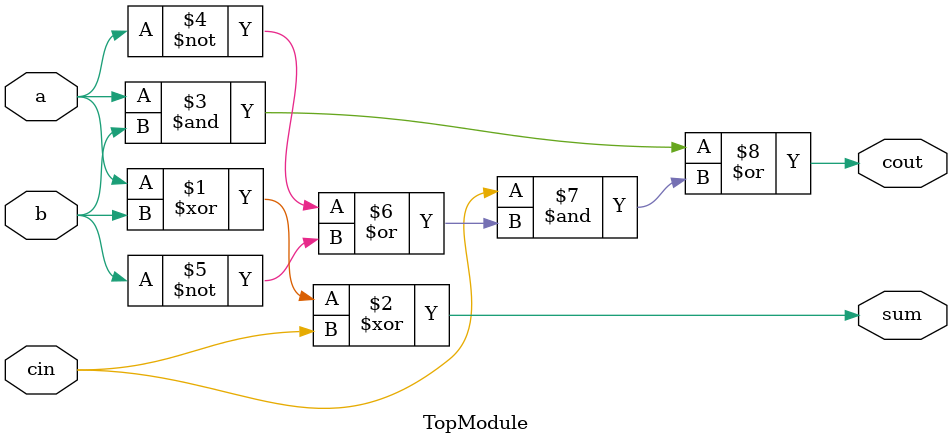
<source format=sv>


module TopModule (
  input a,
  input b,
  input cin,
  output cout,
  output sum
);

assign sum = a ^ b ^ cin;
assign cout = ((a & b) | (cin & (~a | ~b)));
endmodule

</source>
